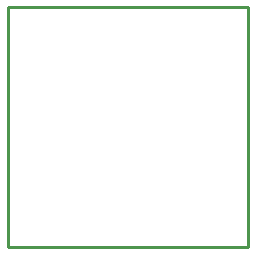
<source format=gbr>
G04 EAGLE Gerber RS-274X export*
G75*
%MOMM*%
%FSLAX34Y34*%
%LPD*%
%IN*%
%IPPOS*%
%AMOC8*
5,1,8,0,0,1.08239X$1,22.5*%
G01*
%ADD10C,0.254000*%


D10*
X0Y0D02*
X203200Y0D01*
X203200Y203200D01*
X0Y203200D01*
X0Y0D01*
M02*

</source>
